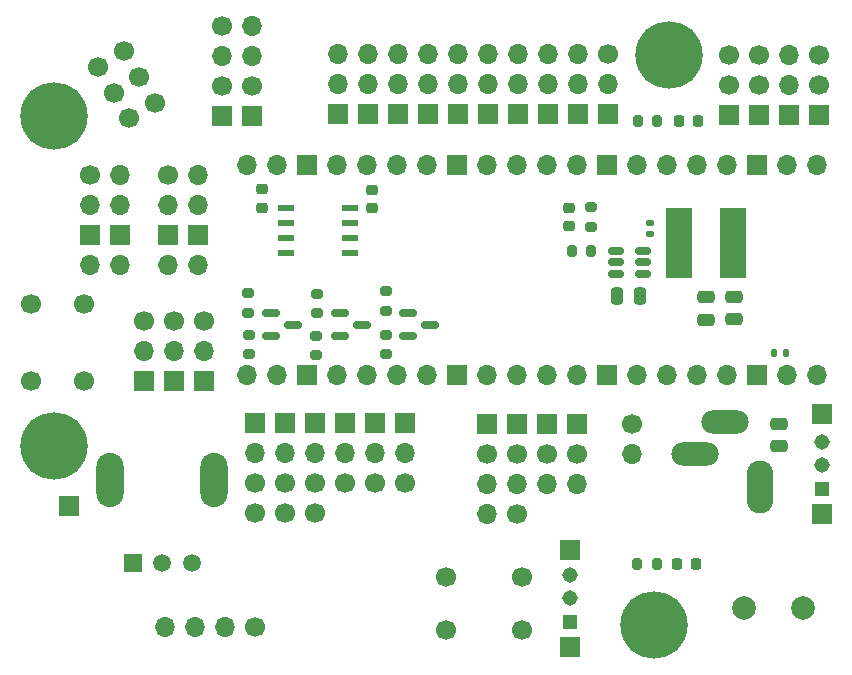
<source format=gbr>
%TF.GenerationSoftware,KiCad,Pcbnew,7.0.1-0*%
%TF.CreationDate,2023-04-18T16:08:46-04:00*%
%TF.ProjectId,rcc-pico,7263632d-7069-4636-9f2e-6b696361645f,rev?*%
%TF.SameCoordinates,Original*%
%TF.FileFunction,Soldermask,Top*%
%TF.FilePolarity,Negative*%
%FSLAX46Y46*%
G04 Gerber Fmt 4.6, Leading zero omitted, Abs format (unit mm)*
G04 Created by KiCad (PCBNEW 7.0.1-0) date 2023-04-18 16:08:46*
%MOMM*%
%LPD*%
G01*
G04 APERTURE LIST*
G04 Aperture macros list*
%AMRoundRect*
0 Rectangle with rounded corners*
0 $1 Rounding radius*
0 $2 $3 $4 $5 $6 $7 $8 $9 X,Y pos of 4 corners*
0 Add a 4 corners polygon primitive as box body*
4,1,4,$2,$3,$4,$5,$6,$7,$8,$9,$2,$3,0*
0 Add four circle primitives for the rounded corners*
1,1,$1+$1,$2,$3*
1,1,$1+$1,$4,$5*
1,1,$1+$1,$6,$7*
1,1,$1+$1,$8,$9*
0 Add four rect primitives between the rounded corners*
20,1,$1+$1,$2,$3,$4,$5,0*
20,1,$1+$1,$4,$5,$6,$7,0*
20,1,$1+$1,$6,$7,$8,$9,0*
20,1,$1+$1,$8,$9,$2,$3,0*%
%AMHorizOval*
0 Thick line with rounded ends*
0 $1 width*
0 $2 $3 position (X,Y) of the first rounded end (center of the circle)*
0 $4 $5 position (X,Y) of the second rounded end (center of the circle)*
0 Add line between two ends*
20,1,$1,$2,$3,$4,$5,0*
0 Add two circle primitives to create the rounded ends*
1,1,$1,$2,$3*
1,1,$1,$4,$5*%
G04 Aperture macros list end*
%ADD10R,1.800000X1.800000*%
%ADD11C,1.308000*%
%ADD12R,1.308000X1.308000*%
%ADD13R,1.700000X1.700000*%
%ADD14RoundRect,0.140000X-0.140000X-0.170000X0.140000X-0.170000X0.140000X0.170000X-0.140000X0.170000X0*%
%ADD15RoundRect,0.140000X0.170000X-0.140000X0.170000X0.140000X-0.170000X0.140000X-0.170000X-0.140000X0*%
%ADD16R,1.460500X0.558800*%
%ADD17RoundRect,0.200000X0.275000X-0.200000X0.275000X0.200000X-0.275000X0.200000X-0.275000X-0.200000X0*%
%ADD18RoundRect,0.218750X-0.218750X-0.256250X0.218750X-0.256250X0.218750X0.256250X-0.218750X0.256250X0*%
%ADD19C,1.700000*%
%ADD20O,1.700000X1.700000*%
%ADD21RoundRect,0.150000X-0.587500X-0.150000X0.587500X-0.150000X0.587500X0.150000X-0.587500X0.150000X0*%
%ADD22RoundRect,0.150000X-0.512500X-0.150000X0.512500X-0.150000X0.512500X0.150000X-0.512500X0.150000X0*%
%ADD23C,2.000000*%
%ADD24C,5.700000*%
%ADD25O,2.250000X4.500000*%
%ADD26O,4.000000X2.000000*%
%ADD27RoundRect,0.250000X-0.475000X0.250000X-0.475000X-0.250000X0.475000X-0.250000X0.475000X0.250000X0*%
%ADD28RoundRect,0.225000X0.250000X-0.225000X0.250000X0.225000X-0.250000X0.225000X-0.250000X-0.225000X0*%
%ADD29RoundRect,0.200000X0.200000X0.275000X-0.200000X0.275000X-0.200000X-0.275000X0.200000X-0.275000X0*%
%ADD30R,1.508000X1.508000*%
%ADD31C,1.508000*%
%ADD32O,2.300000X4.600000*%
%ADD33RoundRect,0.250000X0.475000X-0.250000X0.475000X0.250000X-0.475000X0.250000X-0.475000X-0.250000X0*%
%ADD34HorizOval,1.700000X0.000000X0.000000X0.000000X0.000000X0*%
%ADD35RoundRect,0.250000X-0.250000X-0.475000X0.250000X-0.475000X0.250000X0.475000X-0.250000X0.475000X0*%
%ADD36R,2.225000X5.950000*%
G04 APERTURE END LIST*
D10*
%TO.C,SW-on/off2*%
X123500000Y-82900000D03*
X123500000Y-74700000D03*
D11*
X123500000Y-76800000D03*
X123500000Y-78800000D03*
D12*
X123500000Y-80800000D03*
%TD*%
D10*
%TO.C,SW-on/off1*%
X144777500Y-71625000D03*
X144777500Y-63225000D03*
D12*
X144777500Y-69525000D03*
D11*
X144777500Y-67525000D03*
X144777500Y-65525000D03*
%TD*%
D13*
%TO.C,TP1*%
X81075000Y-70950000D03*
%TD*%
D14*
%TO.C,C7*%
X140775000Y-58050000D03*
X141735000Y-58050000D03*
%TD*%
D15*
%TO.C,C1*%
X130250000Y-47980000D03*
X130250000Y-47020000D03*
%TD*%
D16*
%TO.C,U2*%
X99390975Y-45772500D03*
X99390975Y-47042500D03*
X99390975Y-48312500D03*
X99390975Y-49582500D03*
X104839275Y-49582500D03*
X104839275Y-48312500D03*
X104839275Y-47042500D03*
X104839275Y-45772500D03*
%TD*%
D17*
%TO.C,R10*%
X96230000Y-52985000D03*
X96230000Y-54635000D03*
%TD*%
%TO.C,R9*%
X96250000Y-56475000D03*
X96250000Y-58125000D03*
%TD*%
%TO.C,R8*%
X102010000Y-53005000D03*
X102010000Y-54655000D03*
%TD*%
%TO.C,R7*%
X102000000Y-56565000D03*
X102000000Y-58215000D03*
%TD*%
%TO.C,R6*%
X107880000Y-52795000D03*
X107880000Y-54445000D03*
%TD*%
%TO.C,R5*%
X107850000Y-58135000D03*
X107850000Y-56485000D03*
%TD*%
D18*
%TO.C,D2*%
X132527500Y-75910000D03*
X134102500Y-75910000D03*
%TD*%
D19*
%TO.C,SW1*%
X119440000Y-81490000D03*
X112940000Y-81490000D03*
X119440000Y-76990000D03*
X112940000Y-76990000D03*
%TD*%
%TO.C,SW2*%
X82320000Y-53860000D03*
X82320000Y-60360000D03*
X77820000Y-53860000D03*
X77820000Y-60360000D03*
%TD*%
D20*
%TO.C,U3*%
X144370000Y-42100000D03*
X141830000Y-42100000D03*
D13*
X139290000Y-42100000D03*
D20*
X136750000Y-42100000D03*
X134210000Y-42100000D03*
X131670000Y-42100000D03*
X129130000Y-42100000D03*
D13*
X126590000Y-42100000D03*
D20*
X124050000Y-42100000D03*
X121510000Y-42100000D03*
X118970000Y-42100000D03*
X116430000Y-42100000D03*
D13*
X113890000Y-42100000D03*
D20*
X111350000Y-42100000D03*
X108810000Y-42100000D03*
X106270000Y-42100000D03*
X103730000Y-42100000D03*
D13*
X101190000Y-42100000D03*
D20*
X98650000Y-42100000D03*
X96110000Y-42100000D03*
X96110000Y-59880000D03*
X98650000Y-59880000D03*
D13*
X101190000Y-59880000D03*
D20*
X103730000Y-59880000D03*
X106270000Y-59880000D03*
X108810000Y-59880000D03*
X111350000Y-59880000D03*
D13*
X113890000Y-59880000D03*
D20*
X116430000Y-59880000D03*
X118970000Y-59880000D03*
X121510000Y-59880000D03*
X124050000Y-59880000D03*
D13*
X126590000Y-59880000D03*
D20*
X129130000Y-59880000D03*
X131670000Y-59880000D03*
X134210000Y-59880000D03*
X136750000Y-59880000D03*
D13*
X139290000Y-59880000D03*
D20*
X141830000Y-59880000D03*
X144370000Y-59880000D03*
%TD*%
D21*
%TO.C,Q1*%
X111587500Y-55612500D03*
X109712500Y-56562500D03*
X109712500Y-54662500D03*
%TD*%
%TO.C,Q3*%
X99987500Y-55625000D03*
X98112500Y-56575000D03*
X98112500Y-54675000D03*
%TD*%
%TO.C,Q2*%
X105837500Y-55625000D03*
X103962500Y-56575000D03*
X103962500Y-54675000D03*
%TD*%
D13*
%TO.C,J17*%
X96790000Y-63962500D03*
X99330000Y-63962500D03*
X101870000Y-63962500D03*
D20*
X96790000Y-66502500D03*
X99330000Y-66502500D03*
X101870000Y-66502500D03*
D19*
X96790000Y-69042500D03*
X99330000Y-69042500D03*
X101870000Y-69042500D03*
X96790000Y-71582500D03*
X99330000Y-71582500D03*
X101870000Y-71582500D03*
D13*
X104410000Y-63962500D03*
D20*
X104410000Y-66502500D03*
D19*
X104410000Y-69042500D03*
D13*
X106950000Y-63962500D03*
D20*
X106950000Y-66502500D03*
D19*
X106950000Y-69042500D03*
D13*
X109490000Y-63962500D03*
D20*
X109490000Y-66502500D03*
D19*
X109490000Y-69042500D03*
%TD*%
%TO.C,J4*%
X119005000Y-71680000D03*
D20*
X116465000Y-71680000D03*
X119005000Y-69140000D03*
X116465000Y-69140000D03*
D19*
X119005000Y-66600000D03*
X116465000Y-66600000D03*
D13*
X119005000Y-64060000D03*
X116465000Y-64060000D03*
X121545000Y-64060000D03*
X124085000Y-64060000D03*
D19*
X121545000Y-66600000D03*
X124085000Y-66600000D03*
D20*
X121545000Y-69140000D03*
X124085000Y-69140000D03*
%TD*%
D22*
%TO.C,U1*%
X127362500Y-49400000D03*
X127362500Y-50350000D03*
X127362500Y-51300000D03*
X129637500Y-51300000D03*
X129637500Y-50350000D03*
X129637500Y-49400000D03*
%TD*%
D23*
%TO.C,J8*%
X138200000Y-79625000D03*
X143200000Y-79625000D03*
%TD*%
D24*
%TO.C,H4*%
X131825000Y-32800000D03*
%TD*%
D17*
%TO.C,R1*%
X125250000Y-47350000D03*
X125250000Y-45700000D03*
%TD*%
D25*
%TO.C,J3*%
X139575000Y-69375000D03*
D26*
X136625000Y-63875000D03*
X134025000Y-66575000D03*
%TD*%
D18*
%TO.C,D1*%
X132687500Y-38350000D03*
X134262500Y-38350000D03*
%TD*%
D19*
%TO.C,J5*%
X144550000Y-32810000D03*
D20*
X142010000Y-32810000D03*
D19*
X139470000Y-32810000D03*
X136930000Y-32810000D03*
X144550000Y-35350000D03*
D20*
X142010000Y-35350000D03*
D19*
X139470000Y-35350000D03*
X136930000Y-35350000D03*
D13*
X144550000Y-37890000D03*
X142010000Y-37890000D03*
X139470000Y-37890000D03*
X136930000Y-37890000D03*
%TD*%
D27*
%TO.C,C2*%
X137335000Y-53275000D03*
X137335000Y-55175000D03*
%TD*%
D28*
%TO.C,C9*%
X106690125Y-45747500D03*
X106690125Y-44197500D03*
%TD*%
D29*
%TO.C,R4*%
X129145000Y-75890000D03*
X130795000Y-75890000D03*
%TD*%
D30*
%TO.C,R11*%
X86425000Y-75775000D03*
D31*
X88925000Y-75775000D03*
X91425000Y-75775000D03*
D32*
X84525000Y-68775000D03*
X93325000Y-68775000D03*
%TD*%
D24*
%TO.C,H3*%
X130550000Y-81075000D03*
%TD*%
D33*
%TO.C,C5*%
X141127500Y-65900000D03*
X141127500Y-64000000D03*
%TD*%
D29*
%TO.C,R2*%
X125275000Y-49400000D03*
X123625000Y-49400000D03*
%TD*%
D19*
%TO.C,J12*%
X89460000Y-42955000D03*
D20*
X92000000Y-42955000D03*
X89460000Y-45495000D03*
X92000000Y-45495000D03*
D13*
X89460000Y-48035000D03*
X92000000Y-48035000D03*
D20*
X89460000Y-50575000D03*
X92000000Y-50575000D03*
%TD*%
D24*
%TO.C,H2*%
X79775000Y-37950000D03*
%TD*%
%TO.C,H1*%
X79800000Y-65925000D03*
%TD*%
D19*
%TO.C,J11*%
X82820000Y-42950000D03*
D20*
X85360000Y-42950000D03*
X82820000Y-45490000D03*
X85360000Y-45490000D03*
D13*
X82820000Y-48030000D03*
X85360000Y-48030000D03*
D20*
X82820000Y-50570000D03*
X85360000Y-50570000D03*
%TD*%
D29*
%TO.C,R3*%
X130850000Y-38350000D03*
X129200000Y-38350000D03*
%TD*%
D19*
%TO.C,J14*%
X88319157Y-36820651D03*
D34*
X86148832Y-38140230D03*
X86999578Y-34650326D03*
X84829253Y-35969904D03*
X85680000Y-32480000D03*
X83509674Y-33799579D03*
%TD*%
D35*
%TO.C,C4*%
X127450000Y-53225000D03*
X129350000Y-53225000D03*
%TD*%
D13*
%TO.C,J13*%
X92440000Y-60420000D03*
X89900000Y-60420000D03*
X87360000Y-60420000D03*
D20*
X92440000Y-57880000D03*
X89900000Y-57880000D03*
X87360000Y-57880000D03*
D19*
X92440000Y-55340000D03*
X89900000Y-55340000D03*
X87360000Y-55340000D03*
%TD*%
%TO.C,J1*%
X96800000Y-81190000D03*
D20*
X94260000Y-81190000D03*
X91720000Y-81190000D03*
X89180000Y-81190000D03*
%TD*%
D36*
%TO.C,L1*%
X132675000Y-48675000D03*
X137275000Y-48675000D03*
%TD*%
D19*
%TO.C,J16*%
X128700000Y-64075000D03*
D20*
X128700000Y-66615000D03*
%TD*%
D28*
%TO.C,C6*%
X123375000Y-47300000D03*
X123375000Y-45750000D03*
%TD*%
D27*
%TO.C,C3*%
X135000000Y-53300000D03*
X135000000Y-55200000D03*
%TD*%
D19*
%TO.C,J10*%
X93985000Y-30345000D03*
D20*
X96525000Y-30345000D03*
X93985000Y-32885000D03*
X96525000Y-32885000D03*
D19*
X93985000Y-35425000D03*
X96525000Y-35425000D03*
D13*
X93985000Y-37965000D03*
X96525000Y-37965000D03*
%TD*%
D28*
%TO.C,C8*%
X97425000Y-45725000D03*
X97425000Y-44175000D03*
%TD*%
D19*
%TO.C,J7*%
X126720000Y-32710000D03*
D20*
X124180000Y-32710000D03*
X121640000Y-32710000D03*
X119100000Y-32710000D03*
X116560000Y-32710000D03*
X114020000Y-32710000D03*
X111480000Y-32710000D03*
X108940000Y-32710000D03*
X106400000Y-32710000D03*
X103860000Y-32710000D03*
X126720000Y-35250000D03*
X124180000Y-35250000D03*
X121640000Y-35250000D03*
X119100000Y-35250000D03*
X116560000Y-35250000D03*
X114020000Y-35250000D03*
X111480000Y-35250000D03*
X108940000Y-35250000D03*
X106400000Y-35250000D03*
X103860000Y-35250000D03*
D13*
X126710000Y-37790000D03*
X124170000Y-37790000D03*
X121630000Y-37790000D03*
X119090000Y-37790000D03*
X116550000Y-37790000D03*
X114010000Y-37790000D03*
X111470000Y-37790000D03*
X108930000Y-37790000D03*
X106390000Y-37790000D03*
X103850000Y-37790000D03*
%TD*%
M02*

</source>
